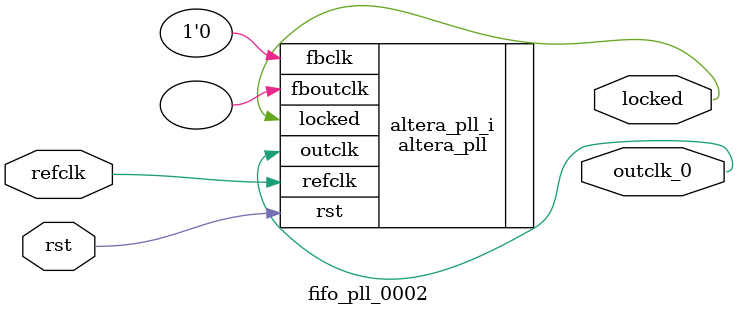
<source format=v>
`timescale 1ns/10ps
module  fifo_pll_0002(

	// interface 'refclk'
	input wire refclk,

	// interface 'reset'
	input wire rst,

	// interface 'outclk0'
	output wire outclk_0,

	// interface 'locked'
	output wire locked
);

	altera_pll #(
		.fractional_vco_multiplier("false"),
		.reference_clock_frequency("133.0 MHz"),
		.operation_mode("direct"),
		.number_of_clocks(1),
		.output_clock_frequency0("266.000000 MHz"),
		.phase_shift0("0 ps"),
		.duty_cycle0(50),
		.output_clock_frequency1("0 MHz"),
		.phase_shift1("0 ps"),
		.duty_cycle1(50),
		.output_clock_frequency2("0 MHz"),
		.phase_shift2("0 ps"),
		.duty_cycle2(50),
		.output_clock_frequency3("0 MHz"),
		.phase_shift3("0 ps"),
		.duty_cycle3(50),
		.output_clock_frequency4("0 MHz"),
		.phase_shift4("0 ps"),
		.duty_cycle4(50),
		.output_clock_frequency5("0 MHz"),
		.phase_shift5("0 ps"),
		.duty_cycle5(50),
		.output_clock_frequency6("0 MHz"),
		.phase_shift6("0 ps"),
		.duty_cycle6(50),
		.output_clock_frequency7("0 MHz"),
		.phase_shift7("0 ps"),
		.duty_cycle7(50),
		.output_clock_frequency8("0 MHz"),
		.phase_shift8("0 ps"),
		.duty_cycle8(50),
		.output_clock_frequency9("0 MHz"),
		.phase_shift9("0 ps"),
		.duty_cycle9(50),
		.output_clock_frequency10("0 MHz"),
		.phase_shift10("0 ps"),
		.duty_cycle10(50),
		.output_clock_frequency11("0 MHz"),
		.phase_shift11("0 ps"),
		.duty_cycle11(50),
		.output_clock_frequency12("0 MHz"),
		.phase_shift12("0 ps"),
		.duty_cycle12(50),
		.output_clock_frequency13("0 MHz"),
		.phase_shift13("0 ps"),
		.duty_cycle13(50),
		.output_clock_frequency14("0 MHz"),
		.phase_shift14("0 ps"),
		.duty_cycle14(50),
		.output_clock_frequency15("0 MHz"),
		.phase_shift15("0 ps"),
		.duty_cycle15(50),
		.output_clock_frequency16("0 MHz"),
		.phase_shift16("0 ps"),
		.duty_cycle16(50),
		.output_clock_frequency17("0 MHz"),
		.phase_shift17("0 ps"),
		.duty_cycle17(50),
		.pll_type("General"),
		.pll_subtype("General")
	) altera_pll_i (
		.rst	(rst),
		.outclk	({outclk_0}),
		.locked	(locked),
		.fboutclk	( ),
		.fbclk	(1'b0),
		.refclk	(refclk)
	);
endmodule


</source>
